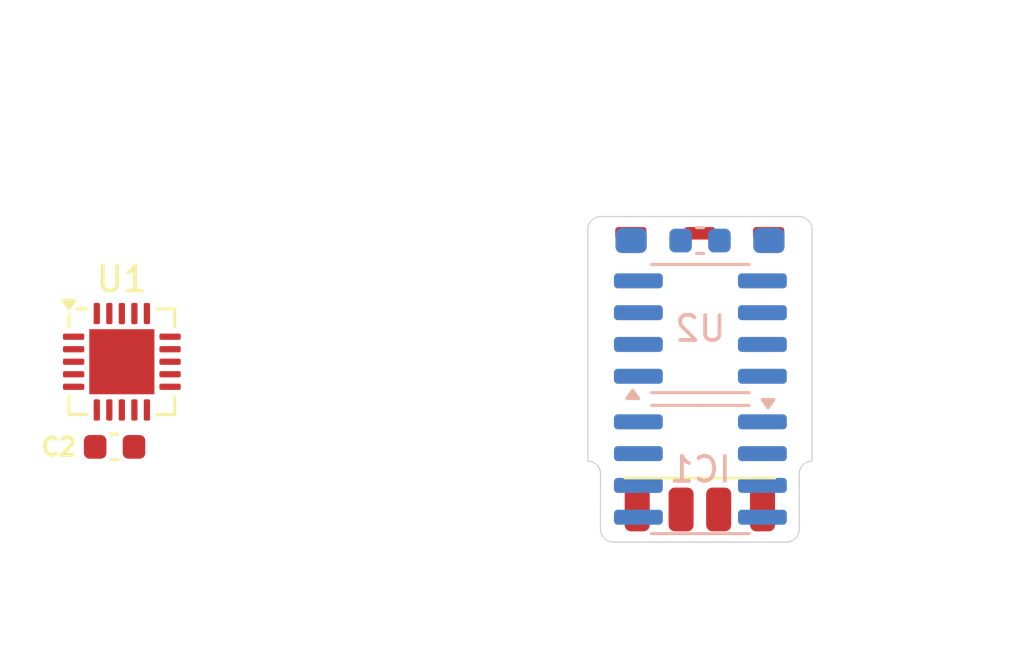
<source format=kicad_pcb>
(kicad_pcb (version 20240108) (generator "pcbnew") (generator_version "8.0")
  (layers (0 "F.Cu" signal) (31 "B.Cu" signal) (34 "B.Paste" user) (35 "F.Paste" user) (36 "B.SilkS" user "B.Silkscreen") (37 "F.SilkS" user "F.Silkscreen") (38 "B.Mask" user) (39 "F.Mask" user) (44 "Edge.Cuts" user))
  (net 0 "")
  (net 1 "GND")
  (net 2 "VCC")
  (net 3 "Net-(IC1-OUTA)")
  (net 4 "Net-(IC1-OUTB)")
  (net 6 "/INB")
  (net 7 "/INA")
  (net 8 "/SDA")
  (net 9 "/SCL")
  (net 12 "Net-(IC1-VDD)")
  (footprint "Connector_Servo_Driver:Connector_Servo_Driver_ADC" (layer "F.Cu") (at 162.12 89.37)
    (property "Reference" "J3" (hide yes))
    (property "Value" "Conn_01x03" (hide yes))
    (pad "1" smd roundrect (at -2.75 0) (size 1.25 0.5) (layers "F.Cu" "F.Paste" "F.Mask"))
    (pad "2" smd roundrect (at 0 0) (size 1.25 0.5) (layers "F.Cu" "F.Paste" "F.Mask"))
    (pad "3" smd roundrect (at 2.75 0) (size 1.25 0.5) (layers "F.Cu" "F.Paste" "F.Mask"))
  )
  (footprint "Connector_Servo_Driver:Connector_Servo_Driver_SMD" (layer "F.Cu") (at 162.125 100.4)
    (property "Reference" "J2" (hide yes))
    (property "Value" "Conn_01x04" (hide yes))
    (fp_line (start 3 -1.25) (end -3 -1.25) (stroke (width 0.1)) (layer "F.SilkS"))
    (pad "1" smd roundrect (at -2.5 0) (size 1 1.75) (layers "F.Cu" "F.Paste" "F.Mask") (net 2 "VCC"))
    (pad "2" smd roundrect (at -0.75 0) (size 1 1.75) (layers "F.Cu" "F.Paste" "F.Mask") (net 8 "/SDA"))
    (pad "3" smd roundrect (at 0.75 0) (size 1 1.75) (layers "F.Cu" "F.Paste" "F.Mask") (net 9 "/SCL"))
    (pad "4" smd roundrect (at 2.5 0) (size 1 1.75) (layers "F.Cu" "F.Paste" "F.Mask") (net 1 "GND"))
  )
  (footprint "Capacitor_SMD:C_0603_1608Metric" (layer "F.Cu") (at 138.765 97.9 180)
    (property "Reference" "C2" (at 2.225 0 180) (layer "F.SilkS") (effects (font (size 0.7 0.7))))
    (property "Value" "100nF")
    (fp_line (start -0.14058 0.51) (end 0.14058 0.51) (stroke (width 0.12)) (layer "F.SilkS"))
    (fp_line (start -0.14058 -0.51) (end 0.14058 -0.51) (stroke (width 0.12)) (layer "F.SilkS"))
    (pad "1" smd roundrect (at -0.775 0 180) (size 0.9 0.95) (layers "F.Cu" "F.Paste" "F.Mask") (net 2 "VCC"))
    (pad "2" smd roundrect (at 0.775 0 180) (size 0.9 0.95) (layers "F.Cu" "F.Paste" "F.Mask") (net 1 "GND"))
  )
  (footprint "Package_DFN_QFN:QFN-20-1EP_4x4mm_P0.5mm_EP2.6x2.6mm" (layer "F.Cu") (at 139.055 94.5)
    (property "Reference" "U1" (at 0 -3.3 0) (layer "F.SilkS"))
    (property "Value" "ATtiny84A-M")
    (fp_line (start -2.11 -1.385) (end -2.11 -1.87) (stroke (width 0.12)) (layer "F.SilkS"))
    (fp_line (start -2.11 2.11) (end -2.11 1.385) (stroke (width 0.12)) (layer "F.SilkS"))
    (fp_line (start -1.385 -2.11) (end -1.81 -2.11) (stroke (width 0.12)) (layer "F.SilkS"))
    (fp_line (start -1.385 2.11) (end -2.11 2.11) (stroke (width 0.12)) (layer "F.SilkS"))
    (fp_line (start 1.385 -2.11) (end 2.11 -2.11) (stroke (width 0.12)) (layer "F.SilkS"))
    (fp_line (start 1.385 2.11) (end 2.11 2.11) (stroke (width 0.12)) (layer "F.SilkS"))
    (fp_line (start 2.11 -2.11) (end 2.11 -1.385) (stroke (width 0.12)) (layer "F.SilkS"))
    (fp_line (start 2.11 2.11) (end 2.11 1.385) (stroke (width 0.12)) (layer "F.SilkS"))
    (fp_poly (pts (xy -2.11 -2.11) (xy -2.35 -2.44) (xy -1.87 -2.44) (xy -2.11 -2.11)) (stroke (width 0.12)) (fill solid) (layer "F.SilkS"))
    (pad "1" smd roundrect (at -1.925 -1) (size 0.85 0.25) (layers "F.Cu" "F.Paste" "F.Mask"))
    (pad "2" smd roundrect (at -1.925 -0.5) (size 0.85 0.25) (layers "F.Cu" "F.Paste" "F.Mask"))
    (pad "3" smd roundrect (at -1.925 0) (size 0.85 0.25) (layers "F.Cu" "F.Paste" "F.Mask"))
    (pad "4" smd roundrect (at -1.925 0.5) (size 0.85 0.25) (layers "F.Cu" "F.Paste" "F.Mask"))
    (pad "5" smd roundrect (at -1.925 1) (size 0.85 0.25) (layers "F.Cu" "F.Paste" "F.Mask"))
    (pad "6" smd roundrect (at -1 1.925) (size 0.25 0.85) (layers "F.Cu" "F.Paste" "F.Mask"))
    (pad "7" smd roundrect (at -0.5 1.925) (size 0.25 0.85) (layers "F.Cu" "F.Paste" "F.Mask"))
    (pad "8" smd roundrect (at 0 1.925) (size 0.25 0.85) (layers "F.Cu" "F.Paste" "F.Mask") (net 1 "GND"))
    (pad "9" smd roundrect (at 0.5 1.925) (size 0.25 0.85) (layers "F.Cu" "F.Paste" "F.Mask") (net 2 "VCC"))
    (pad "10" smd roundrect (at 1 1.925) (size 0.25 0.85) (layers "F.Cu" "F.Paste" "F.Mask"))
    (pad "11" smd roundrect (at 1.925 1) (size 0.85 0.25) (layers "F.Cu" "F.Paste" "F.Mask"))
    (pad "12" smd roundrect (at 1.925 0.5) (size 0.85 0.25) (layers "F.Cu" "F.Paste" "F.Mask"))
    (pad "13" smd roundrect (at 1.925 0) (size 0.85 0.25) (layers "F.Cu" "F.Paste" "F.Mask"))
    (pad "14" smd roundrect (at 1.925 -0.5) (size 0.85 0.25) (layers "F.Cu" "F.Paste" "F.Mask"))
    (pad "15" smd roundrect (at 1.925 -1) (size 0.85 0.25) (layers "F.Cu" "F.Paste" "F.Mask"))
    (pad "16" smd roundrect (at 1 -1.925) (size 0.25 0.85) (layers "F.Cu" "F.Paste" "F.Mask"))
    (pad "17" smd roundrect (at 0.5 -1.925) (size 0.25 0.85) (layers "F.Cu" "F.Paste" "F.Mask"))
    (pad "18" smd roundrect (at 0 -1.925) (size 0.25 0.85) (layers "F.Cu" "F.Paste" "F.Mask"))
    (pad "19" smd roundrect (at -0.5 -1.925) (size 0.25 0.85) (layers "F.Cu" "F.Paste" "F.Mask"))
    (pad "20" smd roundrect (at -1 -1.925) (size 0.25 0.85) (layers "F.Cu" "F.Paste" "F.Mask"))
    (pad "21" smd rect (at 0 0) (size 2.6 2.6) (property pad_prop_heatsink) (layers "F.Cu" "F.Mask") (net 1 "GND"))
  )
  (footprint "Package_SO:SOIC-8_3.9x4.9mm_P1.27mm" (layer "B.Cu") (at 162.145 98.805 180)
    (property "Reference" "IC1" (at 0 0 180) (layer "B.SilkS") (effects (justify mirror)))
    (property "Value" "TC118S")
    (fp_line (start 1.95 2.56) (end 0 2.56) (stroke (width 0.12)) (layer "B.SilkS"))
    (fp_line (start 1.95 -2.56) (end 0 -2.56) (stroke (width 0.12)) (layer "B.SilkS"))
    (fp_line (start -1.95 2.56) (end 0 2.56) (stroke (width 0.12)) (layer "B.SilkS"))
    (fp_line (start -1.95 -2.56) (end 0 -2.56) (stroke (width 0.12)) (layer "B.SilkS"))
    (fp_poly (pts (xy -2.7 2.465) (xy -2.94 2.795) (xy -2.46 2.795) (xy -2.7 2.465)) (stroke (width 0.12)) (fill solid) (layer "B.SilkS"))
    (pad "1" smd roundrect (at -2.475 1.905 180) (size 1.95 0.6) (layers "B.Cu" "B.Paste" "B.Mask"))
    (pad "2" smd roundrect (at -2.475 0.635 180) (size 1.95 0.6) (layers "B.Cu" "B.Paste" "B.Mask") (net 7 "/INA"))
    (pad "3" smd roundrect (at -2.475 -0.635 180) (size 1.95 0.6) (layers "B.Cu" "B.Paste" "B.Mask") (net 6 "/INB"))
    (pad "4" smd roundrect (at -2.475 -1.905 180) (size 1.95 0.6) (layers "B.Cu" "B.Paste" "B.Mask") (net 12 "Net-(IC1-VDD)"))
    (pad "5" smd roundrect (at 2.475 -1.905 180) (size 1.95 0.6) (layers "B.Cu" "B.Paste" "B.Mask") (net 4 "Net-(IC1-OUTB)"))
    (pad "6" smd roundrect (at 2.475 -0.635 180) (size 1.95 0.6) (layers "B.Cu" "B.Paste" "B.Mask") (net 1 "GND"))
    (pad "7" smd roundrect (at 2.475 0.635 180) (size 1.95 0.6) (layers "B.Cu" "B.Paste" "B.Mask") (net 1 "GND"))
    (pad "8" smd roundrect (at 2.475 1.905 180) (size 1.95 0.6) (layers "B.Cu" "B.Paste" "B.Mask") (net 3 "Net-(IC1-OUTA)"))
  )
  (footprint "Package_SO:SOIC-8_3.9x4.9mm_P1.27mm" (layer "B.Cu") (at 162.145 93.175)
    (property "Reference" "U2" (at 0 0 0) (layer "B.SilkS") (effects (justify mirror)))
    (property "Value" "ACS712xLCTR-05B")
    (fp_line (start -1.95 -2.56) (end 0 -2.56) (stroke (width 0.12)) (layer "B.SilkS"))
    (fp_line (start -1.95 2.56) (end 0 2.56) (stroke (width 0.12)) (layer "B.SilkS"))
    (fp_line (start 1.95 -2.56) (end 0 -2.56) (stroke (width 0.12)) (layer "B.SilkS"))
    (fp_line (start 1.95 2.56) (end 0 2.56) (stroke (width 0.12)) (layer "B.SilkS"))
    (fp_poly (pts (xy -2.7 2.465) (xy -2.94 2.795) (xy -2.46 2.795) (xy -2.7 2.465)) (stroke (width 0.12)) (fill solid) (layer "B.SilkS"))
    (pad "1" smd roundrect (at -2.475 1.905) (size 1.95 0.6) (layers "B.Cu" "B.Paste" "B.Mask") (net 2 "VCC"))
    (pad "2" smd roundrect (at -2.475 0.635) (size 1.95 0.6) (layers "B.Cu" "B.Paste" "B.Mask") (net 2 "VCC"))
    (pad "3" smd roundrect (at -2.475 -0.635) (size 1.95 0.6) (layers "B.Cu" "B.Paste" "B.Mask") (net 12 "Net-(IC1-VDD)"))
    (pad "4" smd roundrect (at -2.475 -1.905) (size 1.95 0.6) (layers "B.Cu" "B.Paste" "B.Mask") (net 12 "Net-(IC1-VDD)"))
    (pad "5" smd roundrect (at 2.475 -1.905) (size 1.95 0.6) (layers "B.Cu" "B.Paste" "B.Mask") (net 1 "GND"))
    (pad "6" smd roundrect (at 2.475 -0.635) (size 1.95 0.6) (layers "B.Cu" "B.Paste" "B.Mask"))
    (pad "7" smd roundrect (at 2.475 0.635) (size 1.95 0.6) (layers "B.Cu" "B.Paste" "B.Mask"))
    (pad "8" smd roundrect (at 2.475 1.905) (size 1.95 0.6) (layers "B.Cu" "B.Paste" "B.Mask") (net 2 "VCC"))
  )
  (footprint "Capacitor_SMD:C_0603_1608Metric" (layer "B.Cu") (at 162.13 89.66 180)
    (property "Reference" "C3" (hide yes))
    (property "Value" "100nF")
    (fp_line (start 0.14058 0.51) (end -0.14058 0.51) (stroke (width 0.12)) (layer "B.SilkS"))
    (fp_line (start 0.14058 -0.51) (end -0.14058 -0.51) (stroke (width 0.12)) (layer "B.SilkS"))
    (pad "1" smd roundrect (at -0.775 0 180) (size 0.9 0.95) (layers "B.Cu" "B.Paste" "B.Mask") (net 3 "Net-(IC1-OUTA)"))
    (pad "2" smd roundrect (at 0.775 0 180) (size 0.9 0.95) (layers "B.Cu" "B.Paste" "B.Mask") (net 4 "Net-(IC1-OUTB)"))
  )
  (footprint "Connector_Servo_Driver:Connector_DC_Motor" (layer "B.Cu") (at 162.13 89.66 180)
    (property "Reference" "J1" (hide yes))
    (property "Value" "Conn_01x02" (hide yes))
    (pad "1" smd roundrect (at -2.75 0) (size 1.25 1) (layers "B.Cu" "B.Paste" "B.Mask") (net 3 "Net-(IC1-OUTA)"))
    (pad "2" smd roundrect (at 2.75 0) (size 1.25 1) (layers "B.Cu" "B.Paste" "B.Mask") (net 4 "Net-(IC1-OUTB)"))
  )
  (gr_line (start 166.600017 98.469902) (end 166.599998 89.200001) (stroke (width 0.05)) (layer "Edge.Cuts"))
  (gr_line (start 157.65 89.2) (end 157.65 98.469902) (stroke (width 0.05)) (layer "Edge.Cuts"))
  (gr_line (start 158.656651 101.703348) (end 165.593366 101.703348) (stroke (width 0.05)) (layer "Edge.Cuts"))
  (gr_arc (start 157.65 98.469902) (mid 158.014212 98.622859) (end 158.16 98.99) (stroke (width 0.05)) (layer "Edge.Cuts"))
  (gr_arc (start 158.656651 101.703348) (mid 158.31 101.55) (end 158.156652 101.203349) (stroke (width 0.05)) (layer "Edge.Cuts"))
  (gr_arc (start 166.090017 98.99) (mid 166.235805 98.622859) (end 166.600017 98.469902) (stroke (width 0.05)) (layer "Edge.Cuts"))
  (gr_line (start 166.093365 101.203349) (end 166.090017 98.99) (stroke (width 0.05)) (layer "Edge.Cuts"))
  (gr_arc (start 157.650001 89.2) (mid 157.803349 88.853349) (end 158.15 88.700001) (stroke (width 0.05)) (layer "Edge.Cuts"))
  (gr_line (start 158.156652 101.203349) (end 158.16 98.99) (stroke (width 0.05)) (layer "Edge.Cuts"))
  (gr_line (start 166.099999 88.700002) (end 158.15 88.7) (stroke (width 0.05)) (layer "Edge.Cuts"))
  (gr_arc (start 166.099999 88.700002) (mid 166.44665 88.85335) (end 166.599998 89.200001) (stroke (width 0.05)) (layer "Edge.Cuts"))
  (gr_arc (start 166.093365 101.203349) (mid 165.94 101.54997) (end 165.593366 101.703348) (stroke (width 0.05)) (layer "Edge.Cuts"))
)
</source>
